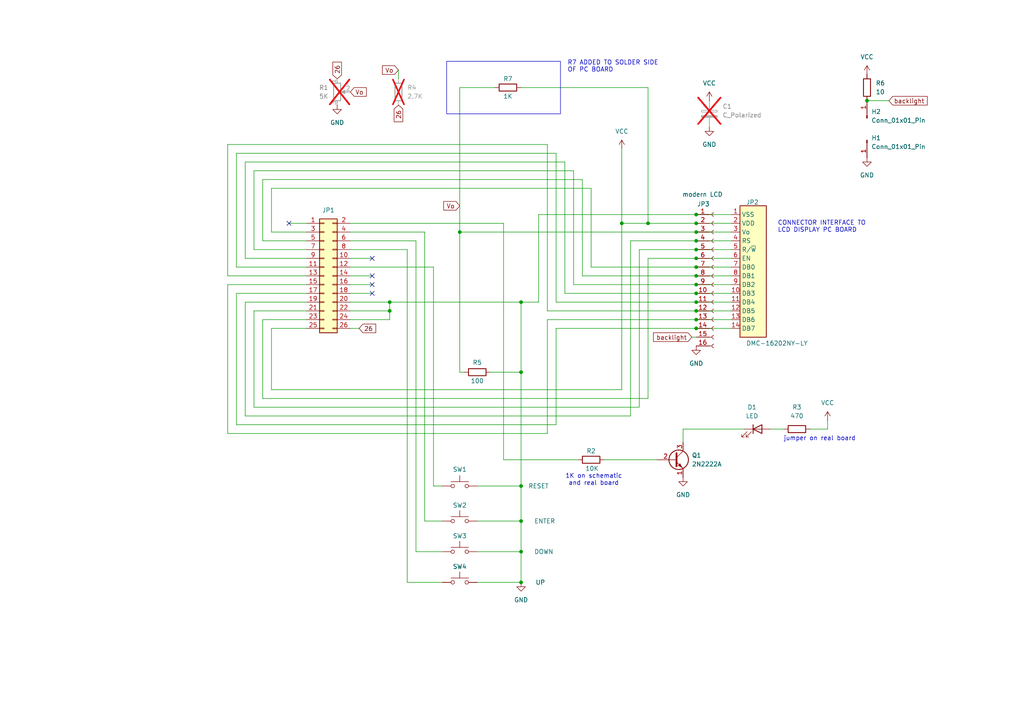
<source format=kicad_sch>
(kicad_sch (version 20231120) (generator "eeschema") (generator_version "8.0")
  (paper "A4")
  (lib_symbols
    (symbol "Connector:Conn_01x01_Pin" (pin_names (offset 1.016) hide)
      (property "Reference" "J" (at 0 2.54 0))
      (property "Value" "Conn_01x01_Pin" (at 0 -2.54 0))
      (symbol "Conn_01x01_Pin_1_1"
        (polyline (pts (xy 1.27 0) (xy 0.8636 0)) (stroke (width 0.1524)))
        (rectangle (start 0.8636 0.127) (end 0 -0.127) (stroke (width 0.1524)) (fill (type outline)))
        (pin passive line (at 5.08 0 180) (length 3.81) (name "Pin_1") (number "1"))
      )
    )
    (symbol "Connector:Conn_01x16_Socket" (pin_names (offset 1.016) hide)
      (property "Reference" "J" (at 0 20.32 0))
      (property "Value" "Conn_01x16_Socket" (at 0 -22.86 0))
      (symbol "Conn_01x16_Socket_1_1"
        (arc (start 0 -19.812) (mid -0.5058 -20.32) (end 0 -20.828) (stroke (width 0.1524)))
        (arc (start 0 -17.272) (mid -0.5058 -17.78) (end 0 -18.288) (stroke (width 0.1524)))
        (arc (start 0 -14.732) (mid -0.5058 -15.24) (end 0 -15.748) (stroke (width 0.1524)))
        (arc (start 0 -12.192) (mid -0.5058 -12.7) (end 0 -13.208) (stroke (width 0.1524)))
        (arc (start 0 -9.652) (mid -0.5058 -10.16) (end 0 -10.668) (stroke (width 0.1524)))
        (arc (start 0 -7.112) (mid -0.5058 -7.62) (end 0 -8.128) (stroke (width 0.1524)))
        (arc (start 0 -4.572) (mid -0.5058 -5.08) (end 0 -5.588) (stroke (width 0.1524)))
        (arc (start 0 -2.032) (mid -0.5058 -2.54) (end 0 -3.048) (stroke (width 0.1524)))
        (polyline (pts (xy -1.27 -20.32) (xy -0.508 -20.32)) (stroke (width 0.1524)))
        (polyline (pts (xy -1.27 -17.78) (xy -0.508 -17.78)) (stroke (width 0.1524)))
        (polyline (pts (xy -1.27 -15.24) (xy -0.508 -15.24)) (stroke (width 0.1524)))
        (polyline (pts (xy -1.27 -12.7) (xy -0.508 -12.7)) (stroke (width 0.1524)))
        (polyline (pts (xy -1.27 -10.16) (xy -0.508 -10.16)) (stroke (width 0.1524)))
        (polyline (pts (xy -1.27 -7.62) (xy -0.508 -7.62)) (stroke (width 0.1524)))
        (polyline (pts (xy -1.27 -5.08) (xy -0.508 -5.08)) (stroke (width 0.1524)))
        (polyline (pts (xy -1.27 -2.54) (xy -0.508 -2.54)) (stroke (width 0.1524)))
        (polyline (pts (xy -1.27 0) (xy -0.508 0)) (stroke (width 0.1524)))
        (polyline (pts (xy -1.27 2.54) (xy -0.508 2.54)) (stroke (width 0.1524)))
        (polyline (pts (xy -1.27 5.08) (xy -0.508 5.08)) (stroke (width 0.1524)))
        (polyline (pts (xy -1.27 7.62) (xy -0.508 7.62)) (stroke (width 0.1524)))
        (polyline (pts (xy -1.27 10.16) (xy -0.508 10.16)) (stroke (width 0.1524)))
        (polyline (pts (xy -1.27 12.7) (xy -0.508 12.7)) (stroke (width 0.1524)))
        (polyline (pts (xy -1.27 15.24) (xy -0.508 15.24)) (stroke (width 0.1524)))
        (polyline (pts (xy -1.27 17.78) (xy -0.508 17.78)) (stroke (width 0.1524)))
        (arc (start 0 0.508) (mid -0.5058 0) (end 0 -0.508) (stroke (width 0.1524)))
        (arc (start 0 3.048) (mid -0.5058 2.54) (end 0 2.032) (stroke (width 0.1524)))
        (arc (start 0 5.588) (mid -0.5058 5.08) (end 0 4.572) (stroke (width 0.1524)))
        (arc (start 0 8.128) (mid -0.5058 7.62) (end 0 7.112) (stroke (width 0.1524)))
        (arc (start 0 10.668) (mid -0.5058 10.16) (end 0 9.652) (stroke (width 0.1524)))
        (arc (start 0 13.208) (mid -0.5058 12.7) (end 0 12.192) (stroke (width 0.1524)))
        (arc (start 0 15.748) (mid -0.5058 15.24) (end 0 14.732) (stroke (width 0.1524)))
        (arc (start 0 18.288) (mid -0.5058 17.78) (end 0 17.272) (stroke (width 0.1524)))
        (pin passive line (at -5.08 17.78 0) (length 3.81) (name "Pin_1") (number "1"))
        (pin passive line (at -5.08 -5.08 0) (length 3.81) (name "Pin_10") (number "10"))
        (pin passive line (at -5.08 -7.62 0) (length 3.81) (name "Pin_11") (number "11"))
        (pin passive line (at -5.08 -10.16 0) (length 3.81) (name "Pin_12") (number "12"))
        (pin passive line (at -5.08 -12.7 0) (length 3.81) (name "Pin_13") (number "13"))
        (pin passive line (at -5.08 -15.24 0) (length 3.81) (name "Pin_14") (number "14"))
        (pin passive line (at -5.08 -17.78 0) (length 3.81) (name "Pin_15") (number "15"))
        (pin passive line (at -5.08 -20.32 0) (length 3.81) (name "Pin_16") (number "16"))
        (pin passive line (at -5.08 15.24 0) (length 3.81) (name "Pin_2") (number "2"))
        (pin passive line (at -5.08 12.7 0) (length 3.81) (name "Pin_3") (number "3"))
        (pin passive line (at -5.08 10.16 0) (length 3.81) (name "Pin_4") (number "4"))
        (pin passive line (at -5.08 7.62 0) (length 3.81) (name "Pin_5") (number "5"))
        (pin passive line (at -5.08 5.08 0) (length 3.81) (name "Pin_6") (number "6"))
        (pin passive line (at -5.08 2.54 0) (length 3.81) (name "Pin_7") (number "7"))
        (pin passive line (at -5.08 0 0) (length 3.81) (name "Pin_8") (number "8"))
        (pin passive line (at -5.08 -2.54 0) (length 3.81) (name "Pin_9") (number "9"))
      )
    )
    (symbol "Connector_Generic:Conn_02x13_Odd_Even" (pin_names (offset 1.016) hide)
      (property "Reference" "J" (at 1.27 17.78 0))
      (property "Value" "Conn_02x13_Odd_Even" (at 1.27 -17.78 0))
      (symbol "Conn_02x13_Odd_Even_1_1"
        (rectangle (start -1.27 -15.113) (end 0 -15.367) (stroke (width 0.1524)))
        (rectangle (start -1.27 -12.573) (end 0 -12.827) (stroke (width 0.1524)))
        (rectangle (start -1.27 -10.033) (end 0 -10.287) (stroke (width 0.1524)))
        (rectangle (start -1.27 -7.493) (end 0 -7.747) (stroke (width 0.1524)))
        (rectangle (start -1.27 -4.953) (end 0 -5.207) (stroke (width 0.1524)))
        (rectangle (start -1.27 -2.413) (end 0 -2.667) (stroke (width 0.1524)))
        (rectangle (start -1.27 0.127) (end 0 -0.127) (stroke (width 0.1524)))
        (rectangle (start -1.27 2.667) (end 0 2.413) (stroke (width 0.1524)))
        (rectangle (start -1.27 5.207) (end 0 4.953) (stroke (width 0.1524)))
        (rectangle (start -1.27 7.747) (end 0 7.493) (stroke (width 0.1524)))
        (rectangle (start -1.27 10.287) (end 0 10.033) (stroke (width 0.1524)))
        (rectangle (start -1.27 12.827) (end 0 12.573) (stroke (width 0.1524)))
        (rectangle (start -1.27 15.367) (end 0 15.113) (stroke (width 0.1524)))
        (rectangle (start -1.27 16.51) (end 3.81 -16.51) (stroke (width 0.254)) (fill (type background)))
        (rectangle (start 3.81 -15.113) (end 2.54 -15.367) (stroke (width 0.1524)))
        (rectangle (start 3.81 -12.573) (end 2.54 -12.827) (stroke (width 0.1524)))
        (rectangle (start 3.81 -10.033) (end 2.54 -10.287) (stroke (width 0.1524)))
        (rectangle (start 3.81 -7.493) (end 2.54 -7.747) (stroke (width 0.1524)))
        (rectangle (start 3.81 -4.953) (end 2.54 -5.207) (stroke (width 0.1524)))
        (rectangle (start 3.81 -2.413) (end 2.54 -2.667) (stroke (width 0.1524)))
        (rectangle (start 3.81 0.127) (end 2.54 -0.127) (stroke (width 0.1524)))
        (rectangle (start 3.81 2.667) (end 2.54 2.413) (stroke (width 0.1524)))
        (rectangle (start 3.81 5.207) (end 2.54 4.953) (stroke (width 0.1524)))
        (rectangle (start 3.81 7.747) (end 2.54 7.493) (stroke (width 0.1524)))
        (rectangle (start 3.81 10.287) (end 2.54 10.033) (stroke (width 0.1524)))
        (rectangle (start 3.81 12.827) (end 2.54 12.573) (stroke (width 0.1524)))
        (rectangle (start 3.81 15.367) (end 2.54 15.113) (stroke (width 0.1524)))
        (pin passive line (at -5.08 15.24 0) (length 3.81) (name "Pin_1") (number "1"))
        (pin passive line (at 7.62 5.08 180) (length 3.81) (name "Pin_10") (number "10"))
        (pin passive line (at -5.08 2.54 0) (length 3.81) (name "Pin_11") (number "11"))
        (pin passive line (at 7.62 2.54 180) (length 3.81) (name "Pin_12") (number "12"))
        (pin passive line (at -5.08 0 0) (length 3.81) (name "Pin_13") (number "13"))
        (pin passive line (at 7.62 0 180) (length 3.81) (name "Pin_14") (number "14"))
        (pin passive line (at -5.08 -2.54 0) (length 3.81) (name "Pin_15") (number "15"))
        (pin passive line (at 7.62 -2.54 180) (length 3.81) (name "Pin_16") (number "16"))
        (pin passive line (at -5.08 -5.08 0) (length 3.81) (name "Pin_17") (number "17"))
        (pin passive line (at 7.62 -5.08 180) (length 3.81) (name "Pin_18") (number "18"))
        (pin passive line (at -5.08 -7.62 0) (length 3.81) (name "Pin_19") (number "19"))
        (pin passive line (at 7.62 15.24 180) (length 3.81) (name "Pin_2") (number "2"))
        (pin passive line (at 7.62 -7.62 180) (length 3.81) (name "Pin_20") (number "20"))
        (pin passive line (at -5.08 -10.16 0) (length 3.81) (name "Pin_21") (number "21"))
        (pin passive line (at 7.62 -10.16 180) (length 3.81) (name "Pin_22") (number "22"))
        (pin passive line (at -5.08 -12.7 0) (length 3.81) (name "Pin_23") (number "23"))
        (pin passive line (at 7.62 -12.7 180) (length 3.81) (name "Pin_24") (number "24"))
        (pin passive line (at -5.08 -15.24 0) (length 3.81) (name "Pin_25") (number "25"))
        (pin passive line (at 7.62 -15.24 180) (length 3.81) (name "Pin_26") (number "26"))
        (pin passive line (at -5.08 12.7 0) (length 3.81) (name "Pin_3") (number "3"))
        (pin passive line (at 7.62 12.7 180) (length 3.81) (name "Pin_4") (number "4"))
        (pin passive line (at -5.08 10.16 0) (length 3.81) (name "Pin_5") (number "5"))
        (pin passive line (at 7.62 10.16 180) (length 3.81) (name "Pin_6") (number "6"))
        (pin passive line (at -5.08 7.62 0) (length 3.81) (name "Pin_7") (number "7"))
        (pin passive line (at 7.62 7.62 180) (length 3.81) (name "Pin_8") (number "8"))
        (pin passive line (at -5.08 5.08 0) (length 3.81) (name "Pin_9") (number "9"))
      )
    )
    (symbol "Device:C_Polarized" (pin_numbers hide) (pin_names (offset 0.254))
      (property "Reference" "C" (at 0.635 2.54 0))
      (property "Value" "C_Polarized" (at 0.635 -2.54 0))
      (symbol "C_Polarized_0_1"
        (rectangle (start -2.286 0.508) (end 2.286 1.016))
        (polyline (pts (xy -1.778 2.286) (xy -0.762 2.286)))
        (polyline (pts (xy -1.27 2.794) (xy -1.27 1.778)))
        (rectangle (start 2.286 -0.508) (end -2.286 -1.016) (fill (type outline)))
      )
      (symbol "C_Polarized_1_1"
        (pin passive line (at 0 3.81 270) (length 2.794) (name "~") (number "1"))
        (pin passive line (at 0 -3.81 90) (length 2.794) (name "~") (number "2"))
      )
    )
    (symbol "Device:LED" (pin_numbers hide) (pin_names (offset 1.016) hide)
      (property "Reference" "D" (at 0 2.54 0))
      (property "Value" "LED" (at 0 -2.54 0))
      (symbol "LED_0_1"
        (polyline (pts (xy -1.27 -1.27) (xy -1.27 1.27)) (stroke (width 0.254)))
        (polyline (pts (xy -1.27 0) (xy 1.27 0)))
        (polyline (pts (xy 1.27 -1.27) (xy 1.27 1.27) (xy -1.27 0) (xy 1.27 -1.27)) (stroke (width 0.254)))
        (polyline (pts (xy -3.048 -0.762) (xy -4.572 -2.286) (xy -3.81 -2.286) (xy -4.572 -2.286) (xy -4.572 -1.524)))
        (polyline (pts (xy -1.778 -0.762) (xy -3.302 -2.286) (xy -2.54 -2.286) (xy -3.302 -2.286) (xy -3.302 -1.524)))
      )
      (symbol "LED_1_1"
        (pin passive line (at -3.81 0 0) (length 2.54) (name "K") (number "1"))
        (pin passive line (at 3.81 0 180) (length 2.54) (name "A") (number "2"))
      )
    )
    (symbol "Device:R" (pin_numbers hide) (pin_names (offset 0))
      (property "Reference" "R" (at 2.032 0 90))
      (property "Value" "R" (at 0 0 90))
      (symbol "R_0_1"
        (rectangle (start -1.016 -2.54) (end 1.016 2.54) (stroke (width 0.254)))
      )
      (symbol "R_1_1"
        (pin passive line (at 0 3.81 270) (length 1.27) (name "~") (number "1"))
        (pin passive line (at 0 -3.81 90) (length 1.27) (name "~") (number "2"))
      )
    )
    (symbol "Device:R_Potentiometer" (pin_names (offset 1.016) hide)
      (property "Reference" "RV" (at -4.445 0 90))
      (property "Value" "R_Potentiometer" (at -2.54 0 90))
      (symbol "R_Potentiometer_0_1"
        (polyline (pts (xy 2.54 0) (xy 1.524 0)))
        (polyline (pts (xy 1.143 0) (xy 2.286 0.508) (xy 2.286 -0.508) (xy 1.143 0)) (fill (type outline)))
        (rectangle (start 1.016 2.54) (end -1.016 -2.54) (stroke (width 0.254)))
      )
      (symbol "R_Potentiometer_1_1"
        (pin passive line (at 0 3.81 270) (length 1.27) (name "1") (number "1"))
        (pin passive line (at 3.81 0 180) (length 1.27) (name "2") (number "2"))
        (pin passive line (at 0 -3.81 90) (length 1.27) (name "3") (number "3"))
      )
    )
    (symbol "Evan's Symbol Library:CEC LCD"
      (property "Reference" "JP" (at 4.064 3.81 0))
      (property "Value" "CEC LCD" (at 7.366 6.35 0))
      (symbol "CEC LCD_0_1"
        (rectangle (start 2.54 2.54) (end 10.16 -35.56) (stroke (width 0.254)) (fill (type background)))
      )
      (symbol "CEC LCD_1_1"
        (pin power_in line (at 0 0 0) (length 2.54) (name "VSS") (number "1"))
        (pin bidirectional line (at 0 -22.86 0) (length 2.54) (name "DB3") (number "10"))
        (pin bidirectional line (at 0 -25.4 0) (length 2.54) (name "DB4") (number "11"))
        (pin bidirectional line (at 0 -27.94 0) (length 2.54) (name "DB5") (number "12"))
        (pin bidirectional line (at 0 -30.48 0) (length 2.54) (name "DB6") (number "13"))
        (pin bidirectional line (at 0 -33.02 0) (length 2.54) (name "DB7") (number "14"))
        (pin power_in line (at 0 -2.54 0) (length 2.54) (name "VDD") (number "2"))
        (pin input line (at 0 -5.08 0) (length 2.54) (name "Vo") (number "3"))
        (pin input line (at 0 -7.62 0) (length 2.54) (name "RS") (number "4"))
        (pin input line (at 0 -10.16 0) (length 2.54) (name "R/~{W}") (number "5"))
        (pin input line (at 0 -12.7 0) (length 2.54) (name "EN") (number "6"))
        (pin bidirectional line (at 0 -15.24 0) (length 2.54) (name "DB0") (number "7"))
        (pin bidirectional line (at 0 -17.78 0) (length 2.54) (name "DB1") (number "8"))
        (pin bidirectional line (at 0 -20.32 0) (length 2.54) (name "DB2") (number "9"))
      )
    )
    (symbol "Switch:SW_Push" (pin_numbers hide) (pin_names (offset 1.016) hide)
      (property "Reference" "SW" (at 1.27 2.54 0))
      (property "Value" "SW_Push" (at 0 -1.524 0))
      (symbol "SW_Push_0_1"
        (circle (center -2.032 0) (radius 0.508))
        (polyline (pts (xy 0 1.27) (xy 0 3.048)))
        (polyline (pts (xy 2.54 1.27) (xy -2.54 1.27)))
        (circle (center 2.032 0) (radius 0.508))
        (pin passive line (at -5.08 0 0) (length 2.54) (name "1") (number "1"))
        (pin passive line (at 5.08 0 180) (length 2.54) (name "2") (number "2"))
      )
    )
    (symbol "Transistor_BJT:PN2222A" (pin_names (offset 0) hide)
      (property "Reference" "Q" (at 5.08 1.905 0))
      (property "Value" "PN2222A" (at 5.08 0 0))
      (symbol "PN2222A_0_1"
        (polyline (pts (xy 0 0) (xy 0.635 0)))
        (polyline (pts (xy 2.54 -2.54) (xy 0.635 -0.635)))
        (polyline (pts (xy 2.54 2.54) (xy 0.635 0.635)))
        (polyline (pts (xy 0.635 1.905) (xy 0.635 -1.905) (xy 0.635 -1.905)) (stroke (width 0.508)))
        (polyline (pts (xy 2.413 -2.413) (xy 1.905 -1.905) (xy 1.905 -1.905)))
        (polyline (pts (xy 1.143 -1.651) (xy 1.651 -1.143) (xy 2.159 -2.159) (xy 1.143 -1.651) (xy 1.143 -1.651)) (fill (type outline)))
        (circle (center 1.27 0) (radius 2.8194) (stroke (width 0.254)))
      )
      (symbol "PN2222A_1_1"
        (pin passive line (at 2.54 -5.08 90) (length 2.54) (name "E") (number "1"))
        (pin input line (at -5.08 0 0) (length 5.08) (name "B") (number "2"))
        (pin passive line (at 2.54 5.08 270) (length 2.54) (name "C") (number "3"))
      )
    )
    (symbol "power:GND" (power) (pin_numbers hide) (pin_names (offset 0) hide)
      (property "Value" "GND" (at 0 -3.81 0))
      (symbol "GND_0_1"
        (polyline (pts (xy 0 0) (xy 0 -1.27) (xy 1.27 -1.27) (xy 0 -2.54) (xy -1.27 -1.27) (xy 0 -1.27)))
      )
      (symbol "GND_1_1"
        (pin power_in line (at 0 0 270) (length 0) (name "~") (number "1"))
      )
    )
    (symbol "power:VCC" (power) (pin_numbers hide) (pin_names (offset 0) hide)
      (property "Value" "VCC" (at 0 3.556 0))
      (symbol "VCC_0_1"
        (polyline (pts (xy -0.762 1.27) (xy 0 2.54)))
        (polyline (pts (xy 0 0) (xy 0 2.54)))
        (polyline (pts (xy 0 2.54) (xy 0.762 1.27)))
      )
      (symbol "VCC_1_1"
        (pin power_in line (at 0 0 90) (length 0) (name "~") (number "1"))
      )
    )
  )
  (junction (at 113.03 90.17))
  (junction (at 151.13 151.13))
  (junction (at 113.03 87.63))
  (junction (at 201.93 77.47))
  (junction (at 201.93 92.71))
  (junction (at 201.93 69.85))
  (junction (at 201.93 80.01))
  (junction (at 201.93 67.31))
  (junction (at 201.93 90.17))
  (junction (at 133.35 67.31))
  (junction (at 201.93 72.39))
  (junction (at 151.13 168.91))
  (junction (at 201.93 82.55))
  (junction (at 151.13 160.02))
  (junction (at 187.96 64.77))
  (junction (at 151.13 87.63))
  (junction (at 180.34 64.77))
  (junction (at 251.46 29.21))
  (junction (at 201.93 85.09))
  (junction (at 201.93 64.77))
  (junction (at 201.93 95.25))
  (junction (at 201.93 74.93))
  (junction (at 201.93 62.23))
  (junction (at 151.13 107.95))
  (junction (at 201.93 87.63))
  (junction (at 151.13 140.97))
  (no_connect (at 83.82 64.77))
  (no_connect (at 107.95 85.09))
  (no_connect (at 107.95 82.55))
  (no_connect (at 107.95 80.01))
  (no_connect (at 107.95 74.93))
  (wire (pts (xy 123.19 67.31) (xy 101.6 67.31)))
  (wire (pts (xy 163.83 46.99) (xy 163.83 85.09)))
  (wire (pts (xy 101.6 80.01) (xy 107.95 80.01)))
  (wire (pts (xy 66.04 125.73) (xy 66.04 82.55)))
  (wire (pts (xy 133.35 67.31) (xy 201.93 67.31)))
  (wire (pts (xy 201.93 62.23) (xy 212.09 62.23)))
  (wire (pts (xy 125.73 140.97) (xy 125.73 77.47)))
  (wire (pts (xy 73.66 118.11) (xy 73.66 90.17)))
  (wire (pts (xy 158.75 90.17) (xy 201.93 90.17)))
  (wire (pts (xy 215.9 124.46) (xy 198.12 124.46)))
  (wire (pts (xy 71.12 120.65) (xy 182.88 120.65)))
  (wire (pts (xy 212.09 69.85) (xy 201.93 69.85)))
  (wire (pts (xy 71.12 87.63) (xy 88.9 87.63)))
  (wire (pts (xy 134.62 107.95) (xy 133.35 107.95)))
  (wire (pts (xy 171.45 77.47) (xy 171.45 54.61)))
  (wire (pts (xy 161.29 44.45) (xy 68.58 44.45)))
  (wire (pts (xy 158.75 125.73) (xy 66.04 125.73)))
  (wire (pts (xy 168.91 80.01) (xy 201.93 80.01)))
  (wire (pts (xy 101.6 74.93) (xy 107.95 74.93)))
  (wire (pts (xy 71.12 74.93) (xy 71.12 46.99)))
  (wire (pts (xy 118.11 72.39) (xy 101.6 72.39)))
  (wire (pts (xy 78.74 54.61) (xy 78.74 67.31)))
  (wire (pts (xy 128.27 140.97) (xy 125.73 140.97)))
  (wire (pts (xy 73.66 118.11) (xy 185.42 118.11)))
  (wire (pts (xy 83.82 64.77) (xy 88.9 64.77)))
  (wire (pts (xy 161.29 95.25) (xy 201.93 95.25)))
  (wire (pts (xy 71.12 120.65) (xy 71.12 87.63)))
  (wire (pts (xy 101.6 92.71) (xy 113.03 92.71)))
  (wire (pts (xy 161.29 123.19) (xy 68.58 123.19)))
  (wire (pts (xy 223.52 124.46) (xy 227.33 124.46)))
  (wire (pts (xy 66.04 80.01) (xy 66.04 41.91)))
  (wire (pts (xy 151.13 160.02) (xy 151.13 168.91)))
  (wire (pts (xy 201.93 97.79) (xy 200.66 97.79)))
  (wire (pts (xy 78.74 67.31) (xy 88.9 67.31)))
  (wire (pts (xy 133.35 67.31) (xy 133.35 25.4)))
  (wire (pts (xy 212.09 74.93) (xy 201.93 74.93)))
  (wire (pts (xy 182.88 69.85) (xy 201.93 69.85)))
  (wire (pts (xy 158.75 92.71) (xy 201.93 92.71)))
  (wire (pts (xy 161.29 87.63) (xy 161.29 44.45)))
  (wire (pts (xy 201.93 85.09) (xy 212.09 85.09)))
  (wire (pts (xy 76.2 69.85) (xy 76.2 52.07)))
  (wire (pts (xy 212.09 87.63) (xy 201.93 87.63)))
  (wire (pts (xy 113.03 87.63) (xy 113.03 90.17)))
  (wire (pts (xy 128.27 151.13) (xy 123.19 151.13)))
  (wire (pts (xy 163.83 85.09) (xy 201.93 85.09)))
  (wire (pts (xy 212.09 82.55) (xy 201.93 82.55)))
  (wire (pts (xy 166.37 82.55) (xy 201.93 82.55)))
  (wire (pts (xy 146.05 64.77) (xy 146.05 133.35)))
  (wire (pts (xy 158.75 92.71) (xy 158.75 125.73)))
  (wire (pts (xy 118.11 168.91) (xy 118.11 72.39)))
  (wire (pts (xy 101.6 64.77) (xy 146.05 64.77)))
  (wire (pts (xy 151.13 87.63) (xy 156.21 87.63)))
  (wire (pts (xy 133.35 25.4) (xy 143.51 25.4)))
  (wire (pts (xy 168.91 52.07) (xy 168.91 80.01)))
  (wire (pts (xy 201.93 67.31) (xy 212.09 67.31)))
  (wire (pts (xy 138.43 160.02) (xy 151.13 160.02)))
  (wire (pts (xy 128.27 160.02) (xy 120.65 160.02)))
  (wire (pts (xy 166.37 82.55) (xy 166.37 49.53)))
  (wire (pts (xy 66.04 41.91) (xy 158.75 41.91)))
  (wire (pts (xy 212.09 64.77) (xy 201.93 64.77)))
  (wire (pts (xy 187.96 64.77) (xy 201.93 64.77)))
  (wire (pts (xy 156.21 62.23) (xy 201.93 62.23)))
  (wire (pts (xy 68.58 123.19) (xy 68.58 85.09)))
  (wire (pts (xy 113.03 87.63) (xy 151.13 87.63)))
  (wire (pts (xy 138.43 140.97) (xy 151.13 140.97)))
  (wire (pts (xy 133.35 67.31) (xy 133.35 107.95)))
  (wire (pts (xy 76.2 52.07) (xy 168.91 52.07)))
  (wire (pts (xy 180.34 113.03) (xy 78.74 113.03)))
  (wire (pts (xy 234.95 124.46) (xy 240.03 124.46)))
  (wire (pts (xy 128.27 168.91) (xy 118.11 168.91)))
  (wire (pts (xy 187.96 74.93) (xy 187.96 115.57)))
  (wire (pts (xy 187.96 64.77) (xy 180.34 64.77)))
  (wire (pts (xy 166.37 49.53) (xy 73.66 49.53)))
  (wire (pts (xy 161.29 87.63) (xy 201.93 87.63)))
  (wire (pts (xy 171.45 77.47) (xy 201.93 77.47)))
  (wire (pts (xy 156.21 87.63) (xy 156.21 62.23)))
  (wire (pts (xy 88.9 69.85) (xy 76.2 69.85)))
  (wire (pts (xy 71.12 46.99) (xy 163.83 46.99)))
  (wire (pts (xy 161.29 95.25) (xy 161.29 123.19)))
  (wire (pts (xy 151.13 25.4) (xy 187.96 25.4)))
  (wire (pts (xy 113.03 90.17) (xy 101.6 90.17)))
  (wire (pts (xy 185.42 72.39) (xy 201.93 72.39)))
  (wire (pts (xy 66.04 82.55) (xy 88.9 82.55)))
  (wire (pts (xy 73.66 49.53) (xy 73.66 72.39)))
  (wire (pts (xy 201.93 90.17) (xy 212.09 90.17)))
  (wire (pts (xy 101.6 87.63) (xy 113.03 87.63)))
  (wire (pts (xy 151.13 87.63) (xy 151.13 107.95)))
  (wire (pts (xy 185.42 72.39) (xy 185.42 118.11)))
  (wire (pts (xy 76.2 115.57) (xy 76.2 92.71)))
  (wire (pts (xy 138.43 151.13) (xy 151.13 151.13)))
  (wire (pts (xy 88.9 74.93) (xy 71.12 74.93)))
  (wire (pts (xy 151.13 151.13) (xy 151.13 160.02)))
  (wire (pts (xy 101.6 85.09) (xy 107.95 85.09)))
  (wire (pts (xy 151.13 107.95) (xy 151.13 140.97)))
  (wire (pts (xy 212.09 92.71) (xy 201.93 92.71)))
  (wire (pts (xy 68.58 44.45) (xy 68.58 77.47)))
  (wire (pts (xy 212.09 77.47) (xy 201.93 77.47)))
  (wire (pts (xy 78.74 95.25) (xy 88.9 95.25)))
  (wire (pts (xy 240.03 124.46) (xy 240.03 121.92)))
  (wire (pts (xy 76.2 115.57) (xy 187.96 115.57)))
  (wire (pts (xy 120.65 69.85) (xy 101.6 69.85)))
  (wire (pts (xy 151.13 140.97) (xy 151.13 151.13)))
  (wire (pts (xy 73.66 72.39) (xy 88.9 72.39)))
  (wire (pts (xy 73.66 90.17) (xy 88.9 90.17)))
  (wire (pts (xy 180.34 64.77) (xy 180.34 113.03)))
  (wire (pts (xy 101.6 82.55) (xy 107.95 82.55)))
  (wire (pts (xy 113.03 92.71) (xy 113.03 90.17)))
  (wire (pts (xy 187.96 74.93) (xy 201.93 74.93)))
  (wire (pts (xy 125.73 77.47) (xy 101.6 77.47)))
  (wire (pts (xy 257.81 29.21) (xy 251.46 29.21)))
  (wire (pts (xy 212.09 72.39) (xy 201.93 72.39)))
  (wire (pts (xy 182.88 69.85) (xy 182.88 120.65)))
  (wire (pts (xy 201.93 80.01) (xy 212.09 80.01)))
  (wire (pts (xy 88.9 80.01) (xy 66.04 80.01)))
  (wire (pts (xy 78.74 113.03) (xy 78.74 95.25)))
  (wire (pts (xy 212.09 95.25) (xy 201.93 95.25)))
  (wire (pts (xy 101.6 95.25) (xy 104.14 95.25)))
  (wire (pts (xy 171.45 54.61) (xy 78.74 54.61)))
  (wire (pts (xy 146.05 133.35) (xy 167.64 133.35)))
  (wire (pts (xy 158.75 41.91) (xy 158.75 90.17)))
  (wire (pts (xy 187.96 64.77) (xy 187.96 25.4)))
  (wire (pts (xy 68.58 85.09) (xy 88.9 85.09)))
  (wire (pts (xy 190.5 133.35) (xy 175.26 133.35)))
  (wire (pts (xy 120.65 160.02) (xy 120.65 69.85)))
  (wire (pts (xy 138.43 168.91) (xy 151.13 168.91)))
  (wire (pts (xy 76.2 92.71) (xy 88.9 92.71)))
  (wire (pts (xy 198.12 124.46) (xy 198.12 128.27)))
  (wire (pts (xy 68.58 77.47) (xy 88.9 77.47)))
  (wire (pts (xy 142.24 107.95) (xy 151.13 107.95)))
  (wire (pts (xy 180.34 43.18) (xy 180.34 64.77)))
  (wire (pts (xy 123.19 151.13) (xy 123.19 67.31)))
  (wire (pts (xy 115.57 20.32) (xy 115.57 22.86)))
  (rectangle (start 129.54 17.78) (end 162.56 33.02))
  (text "1K on schematic\nand real board" (at 172.212 139.192 0) (effects (font (size 1.27 1.27))))
  (text "R7 ADDED TO SOLDER SIDE\nOF PC BOARD" (at 164.592 19.304 0) (effects (font (size 1.27 1.27)) (justify left)))
  (text "jumper on real board" (at 237.744 127.254 0) (effects (font (size 1.27 1.27))))
  (text "CONNECTOR INTERFACE TO\nLCD DISPLAY PC BOARD" (at 225.552 65.786 0) (effects (font (size 1.27 1.27)) (justify left)))
  (global_label "Vo" (shape input) (at 101.6 26.67 0) (property "Intersheetrefs" "${INTERSHEET_REFS}" (effects (hide yes))))
  (global_label "backlight" (shape input) (at 200.66 97.79 180) (property "Intersheetrefs" "${INTERSHEET_REFS}" (effects (hide yes))))
  (global_label "26" (shape input) (at 115.57 30.48 270) (property "Intersheetrefs" "${INTERSHEET_REFS}" (effects (hide yes))))
  (global_label "Vo" (shape input) (at 115.57 20.32 180) (property "Intersheetrefs" "${INTERSHEET_REFS}" (effects (hide yes))))
  (global_label "26" (shape input) (at 104.14 95.25 0) (property "Intersheetrefs" "${INTERSHEET_REFS}" (effects (hide yes))))
  (global_label "backlight" (shape input) (at 257.81 29.21 0) (property "Intersheetrefs" "${INTERSHEET_REFS}" (effects (hide yes))))
  (global_label "26" (shape input) (at 97.79 22.86 90) (property "Intersheetrefs" "${INTERSHEET_REFS}" (effects (hide yes))))
  (global_label "Vo" (shape input) (at 133.35 59.69 180) (property "Intersheetrefs" "${INTERSHEET_REFS}" (effects (hide yes))))
  (symbol (lib_id "Device:R") (at 171.45 133.35 90) (unit 1)
    (property "Reference" "R2" (at 171.45 130.81 90))
    (property "Value" "10K" (at 171.704 135.89 90))
    (property "Footprint" "Resistor_THT:R_Axial_DIN0207_L6.3mm_D2.5mm_P10.16mm_Horizontal" (effects (hide yes)))
    (property "Description" "Resistor" (effects (hide yes)))
  )
  (symbol (lib_id "Switch:SW_Push") (at 133.35 140.97 0) (mirror y) (unit 1)
    (property "Reference" "SW1" (at 133.35 136.144 0))
    (property "Value" "RESET" (at 156.21 140.97 0))
    (property "Footprint" "Evan's Kicad Library:CEC LCD pushbutton" (effects (hide yes)))
    (property "Description" "Push button switch, generic, two pins" (effects (hide yes)))
  )
  (symbol (lib_id "Device:R_Potentiometer") (at 97.79 26.67 0) (unit 1) (dnp yes)
    (property "Reference" "R1" (at 95.25 25.3999 0) (effects (justify right)))
    (property "Value" "5K" (at 95.25 27.9399 0) (effects (justify right)))
    (property "Footprint" "Potentiometer_THT:Potentiometer_Bourns_3006P_Horizontal" (effects (hide yes)))
    (property "Description" "Potentiometer" (effects (hide yes)))
  )
  (symbol (lib_id "Connector:Conn_01x16_Socket") (at 207.01 80.01 0) (unit 1)
    (property "Reference" "JP3" (at 202.184 59.182 0) (effects (justify left)))
    (property "Value" "modern LCD" (at 197.866 56.388 0) (effects (justify left)))
    (property "Footprint" "Connector_PinHeader_2.54mm:PinHeader_1x16_P2.54mm_Vertical" (effects (hide yes)))
    (property "Description" "Generic connector, single row, 01x16, script generated" (effects (hide yes)))
  )
  (symbol (lib_id "power:GND") (at 251.46 45.72 0) (unit 1)
    (property "Reference" "#PWR08" (effects (hide yes)))
    (property "Value" "GND" (at 251.46 50.8 0))
    (property "Description" "Power symbol creates a global label with name \"GND\" , ground" (effects (hide yes)))
  )
  (symbol (lib_id "Device:R") (at 147.32 25.4 90) (unit 1) (on_board no)
    (property "Reference" "R7" (at 147.32 22.86 90))
    (property "Value" "1K" (at 147.32 27.94 90))
    (property "Footprint" "Resistor_THT:R_Axial_DIN0207_L6.3mm_D2.5mm_P10.16mm_Horizontal" (effects (hide yes)))
    (property "Description" "Resistor" (effects (hide yes)))
  )
  (symbol (lib_id "Switch:SW_Push") (at 133.35 151.13 0) (unit 1)
    (property "Reference" "SW2" (at 133.35 146.558 0))
    (property "Value" "ENTER" (at 157.988 151.13 0))
    (property "Footprint" "Evan's Kicad Library:CEC LCD pushbutton" (effects (hide yes)))
    (property "Description" "Push button switch, generic, two pins" (effects (hide yes)))
  )
  (symbol (lib_id "power:VCC") (at 180.34 43.18 0) (unit 1)
    (property "Reference" "#PWR01" (effects (hide yes)))
    (property "Value" "VCC" (at 180.34 38.1 0))
    (property "Description" "Power symbol creates a global label with name \"VCC\"" (effects (hide yes)))
  )
  (symbol (lib_id "Device:LED") (at 219.71 124.46 0) (unit 1)
    (property "Reference" "D1" (at 218.1225 118.11 0))
    (property "Value" "LED" (at 218.1225 120.65 0))
    (property "Footprint" "Connector_PinHeader_2.54mm:PinHeader_1x02_P2.54mm_Vertical" (effects (hide yes)))
    (property "Description" "Light emitting diode" (effects (hide yes)))
  )
  (symbol (lib_id "Device:C_Polarized") (at 205.74 33.02 0) (unit 1) (dnp yes)
    (property "Reference" "C1" (at 209.55 30.8609 0) (effects (justify left)))
    (property "Value" "C_Polarized" (at 209.55 33.4009 0) (effects (justify left)))
    (property "Footprint" "Capacitor_THT:CP_Radial_D8.0mm_P5.00mm" (effects (hide yes)))
    (property "Description" "Polarized capacitor" (effects (hide yes)))
  )
  (symbol (lib_id "power:GND") (at 198.12 138.43 0) (unit 1)
    (property "Reference" "#PWR03" (effects (hide yes)))
    (property "Value" "GND" (at 198.12 143.51 0))
    (property "Description" "Power symbol creates a global label with name \"GND\" , ground" (effects (hide yes)))
  )
  (symbol (lib_id "Connector:Conn_01x01_Pin") (at 251.46 34.29 90) (unit 1)
    (property "Reference" "H2" (at 252.73 32.3849 90) (effects (justify right)))
    (property "Value" "Conn_01x01_Pin" (at 252.73 34.9249 90) (effects (justify right)))
    (property "Description" "Generic connector, single row, 01x01, script generated" (effects (hide yes)))
  )
  (symbol (lib_id "Device:R") (at 138.43 107.95 90) (unit 1)
    (property "Reference" "R5" (at 138.43 105.156 90))
    (property "Value" "100" (at 138.43 110.49 90))
    (property "Footprint" "Resistor_THT:R_Axial_DIN0207_L6.3mm_D2.5mm_P10.16mm_Horizontal" (effects (hide yes)))
    (property "Description" "Resistor" (effects (hide yes)))
  )
  (symbol (lib_id "power:VCC") (at 240.03 121.92 0) (unit 1)
    (property "Reference" "#PWR02" (effects (hide yes)))
    (property "Value" "VCC" (at 240.03 116.84 0))
    (property "Description" "Power symbol creates a global label with name \"VCC\"" (effects (hide yes)))
  )
  (symbol (lib_id "power:VCC") (at 251.46 21.59 0) (unit 1)
    (property "Reference" "#PWR06" (effects (hide yes)))
    (property "Value" "VCC" (at 251.46 16.51 0))
    (property "Description" "Power symbol creates a global label with name \"VCC\"" (effects (hide yes)))
  )
  (symbol (lib_id "Connector:Conn_01x01_Pin") (at 251.46 40.64 270) (unit 1)
    (property "Reference" "H1" (at 252.73 40.0049 90) (effects (justify left)))
    (property "Value" "Conn_01x01_Pin" (at 252.73 42.5449 90) (effects (justify left)))
    (property "Description" "Generic connector, single row, 01x01, script generated" (effects (hide yes)))
  )
  (symbol (lib_id "Transistor_BJT:PN2222A") (at 195.58 133.35 0) (unit 1)
    (property "Reference" "Q1" (at 200.66 132.0799 0) (effects (justify left)))
    (property "Value" "2N2222A" (at 200.66 134.6199 0) (effects (justify left)))
    (property "Footprint" "Package_TO_SOT_THT:TO-18-3" (effects (hide yes)))
    (property "Datasheet" "https://www.onsemi.com/pub/Collateral/PN2222-D.PDF" (effects (hide yes)))
    (property "Description" "1A Ic, 40V Vce, NPN Transistor, General Purpose Transistor, TO-92" (effects (hide yes)))
  )
  (symbol (lib_id "power:VCC") (at 205.74 29.21 0) (unit 1)
    (property "Reference" "#PWR05" (effects (hide yes)))
    (property "Value" "VCC" (at 205.74 24.13 0))
    (property "Description" "Power symbol creates a global label with name \"VCC\"" (effects (hide yes)))
  )
  (symbol (lib_id "Device:R") (at 251.46 25.4 0) (unit 1)
    (property "Reference" "R6" (at 254 24.1299 0) (effects (justify left)))
    (property "Value" "10" (at 254 26.6699 0) (effects (justify left)))
    (property "Footprint" "Resistor_THT:R_Axial_DIN0207_L6.3mm_D2.5mm_P10.16mm_Horizontal" (effects (hide yes)))
    (property "Description" "Resistor" (effects (hide yes)))
  )
  (symbol (lib_id "Connector_Generic:Conn_02x13_Odd_Even") (at 93.98 80.01 0) (unit 1)
    (property "Reference" "JP1" (at 95.25 60.96 0))
    (property "Value" "Conn_02x13_Odd_Even" (effects (hide yes)))
    (property "Footprint" "Connector_PinHeader_2.54mm:PinHeader_2x13_P2.54mm_Vertical" (effects (hide yes)))
    (property "Description" "Generic connector, double row, 02x13, odd/even pin numbering scheme (row 1 odd numbers, row 2 even numbers), script generated (kicad-library-utils/schlib/autogen/connector/)" (effects (hide yes)))
  )
  (symbol (lib_id "Switch:SW_Push") (at 133.35 168.91 0) (unit 1)
    (property "Reference" "SW4" (at 133.35 164.338 0))
    (property "Value" "UP" (at 156.718 168.91 0))
    (property "Footprint" "Evan's Kicad Library:CEC LCD pushbutton" (effects (hide yes)))
    (property "Description" "Push button switch, generic, two pins" (effects (hide yes)))
  )
  (symbol (lib_id "power:GND") (at 205.74 36.83 0) (unit 1)
    (property "Reference" "#PWR09" (effects (hide yes)))
    (property "Value" "GND" (at 205.74 41.91 0))
    (property "Description" "Power symbol creates a global label with name \"GND\" , ground" (effects (hide yes)))
  )
  (symbol (lib_id "Evan's Symbol Library:CEC LCD") (at 212.09 62.23 0) (unit 1)
    (property "Reference" "JP2" (at 216.408 58.674 0) (effects (justify left)))
    (property "Value" "DMC-16202NY-LY" (at 216.408 99.568 0) (effects (justify left)))
    (property "Footprint" "Evan's Kicad Library:CEC LCD" (effects (hide yes)))
    (property "Datasheet" "http://www.icbank.com/data/ICBShop/board/HY1602E.pdf" (effects (hide yes)))
    (property "Description" "LCD 16x2 Alphanumeric 16pin Blue/Yellow/Green Backlight, 8bit parallel, 5V VDD" (effects (hide yes)))
  )
  (symbol (lib_id "power:GND") (at 151.13 168.91 0) (unit 1)
    (property "Reference" "#PWR04" (effects (hide yes)))
    (property "Value" "GND" (at 151.13 173.99 0))
    (property "Description" "Power symbol creates a global label with name \"GND\" , ground" (effects (hide yes)))
  )
  (symbol (lib_id "power:GND") (at 201.93 100.33 0) (unit 1)
    (property "Reference" "#PWR010" (effects (hide yes)))
    (property "Value" "GND" (at 201.93 105.41 0))
    (property "Description" "Power symbol creates a global label with name \"GND\" , ground" (effects (hide yes)))
  )
  (symbol (lib_id "Device:R") (at 231.14 124.46 90) (unit 1)
    (property "Reference" "R3" (at 231.14 118.11 90))
    (property "Value" "470" (at 231.14 120.65 90))
    (property "Footprint" "Resistor_THT:R_Axial_DIN0207_L6.3mm_D2.5mm_P10.16mm_Horizontal" (effects (hide yes)))
    (property "Description" "Resistor" (effects (hide yes)))
  )
  (symbol (lib_id "Switch:SW_Push") (at 133.35 160.02 0) (unit 1)
    (property "Reference" "SW3" (at 133.35 155.448 0))
    (property "Value" "DOWN" (at 157.734 160.02 0))
    (property "Footprint" "Evan's Kicad Library:CEC LCD pushbutton" (effects (hide yes)))
    (property "Description" "Push button switch, generic, two pins" (effects (hide yes)))
  )
  (symbol (lib_id "Device:R") (at 115.57 26.67 0) (unit 1) (dnp yes)
    (property "Reference" "R4" (at 118.11 25.3999 0) (effects (justify left)))
    (property "Value" "2.7K" (at 118.11 27.9399 0) (effects (justify left)))
    (property "Footprint" "Resistor_THT:R_Axial_DIN0207_L6.3mm_D2.5mm_P10.16mm_Horizontal" (effects (hide yes)))
    (property "Description" "Resistor" (effects (hide yes)))
  )
  (symbol (lib_id "power:GND") (at 97.79 30.48 0) (unit 1)
    (property "Reference" "#PWR07" (effects (hide yes)))
    (property "Value" "GND" (at 97.79 35.56 0))
    (property "Description" "Power symbol creates a global label with name \"GND\" , ground" (effects (hide yes)))
  )
)
</source>
